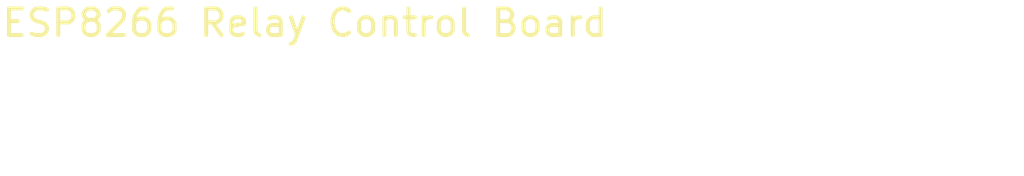
<source format=kicad_pcb>
(kicad_pcb (version 20221018) (generator pcbnew)

  (general
    (thickness 1.6)
  )

  (paper "A4")
  (layers
    (0 "F.Cu" signal)
    (31 "B.Cu" signal)
    (32 "B.Adhes" user "B.Adhesive")
    (33 "F.Adhes" user "F.Adhesive")
    (34 "B.Paste" user)
    (35 "F.Paste" user)
    (36 "B.SilkS" user "B.Silkscreen")
    (37 "F.SilkS" user "F.Silkscreen")
    (38 "B.Mask" user)
    (39 "F.Mask" user)
    (40 "Dwgs.User" user "User.Drawings")
    (41 "Cmts.User" user "User.Comments")
    (42 "Eco1.User" user "User.Eco1")
    (43 "Eco2.User" user "User.Eco2")
    (44 "Edge.Cuts" user)
    (45 "Margin" user)
    (46 "B.CrtYd" user "B.Courtyard")
    (47 "F.CrtYd" user "F.Courtyard")
    (48 "B.Fab" user)
    (49 "F.Fab" user)
  )

  (setup
    (pad_to_mask_clearance 0)
    (pcbplotparams
      (layerselection 0x00010fc_ffffffff)
      (plot_on_all_layers_selection 0x0000000_00000000)
      (disableapertmacros false)
      (usegerberextensions false)
      (usegerberattributes true)
      (usegerberadvancedattributes true)
      (creategerberjobfile true)
      (dashed_line_dash_ratio 12.000000)
      (dashed_line_gap_ratio 3.000000)
      (svgprecision 4)
      (plotframeref false)
      (viasonmask false)
      (mode 1)
      (useauxorigin false)
      (hpglpennumber 1)
      (hpglpenspeed 20)
      (hpglpendiameter 15.000000)
      (dxfpolygonmode true)
      (dxfimperialunits true)
      (dxfusepcbnewfont true)
      (psnegative false)
      (psa4output false)
      (plotreference true)
      (plotvalue true)
      (plotinvisibletext false)
      (sketchpadsonfab false)
      (subtractmaskfromsilk false)
      (outputformat 1)
      (mirror false)
      (drillshape 1)
      (scaleselection 1)
      (outputdirectory "")
    )
  )

  (net 0 "")

  (gr_text "ESP8266 Relay Control Board" (at 100 50) (layer "F.SilkS")
    (effects (font (size 2 2) (thickness 0.3)) (justify left bottom))
    (tstamp 12345678-1234-1234-1234-123456789012)
  )

  (gr_text "Update from schematic: Tools > Update PCB from Schematic (F8)" 
    (at 100 60) (layer "Cmts.User")
    (effects (font (size 1.5 1.5) (thickness 0.25)) (justify left bottom))
    (tstamp 23456789-2345-2345-2345-234567890123)
  )

)

</source>
